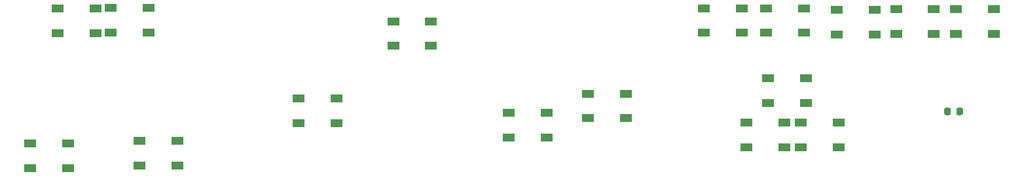
<source format=gbr>
%TF.GenerationSoftware,KiCad,Pcbnew,(5.1.12-1-10_14)*%
%TF.CreationDate,2021-11-27T12:00:22+11:00*%
%TF.ProjectId,HUD VID RCD Panel PCB V2,48554420-5649-4442-9052-43442050616e,rev?*%
%TF.SameCoordinates,Original*%
%TF.FileFunction,Paste,Top*%
%TF.FilePolarity,Positive*%
%FSLAX46Y46*%
G04 Gerber Fmt 4.6, Leading zero omitted, Abs format (unit mm)*
G04 Created by KiCad (PCBNEW (5.1.12-1-10_14)) date 2021-11-27 12:00:22*
%MOMM*%
%LPD*%
G01*
G04 APERTURE LIST*
%ADD10R,1.500000X1.000000*%
G04 APERTURE END LIST*
%TO.C,R1*%
G36*
G01*
X177222000Y-82674750D02*
X177222000Y-83187250D01*
G75*
G02*
X177003250Y-83406000I-218750J0D01*
G01*
X176565750Y-83406000D01*
G75*
G02*
X176347000Y-83187250I0J218750D01*
G01*
X176347000Y-82674750D01*
G75*
G02*
X176565750Y-82456000I218750J0D01*
G01*
X177003250Y-82456000D01*
G75*
G02*
X177222000Y-82674750I0J-218750D01*
G01*
G37*
G36*
G01*
X178797000Y-82674750D02*
X178797000Y-83187250D01*
G75*
G02*
X178578250Y-83406000I-218750J0D01*
G01*
X178140750Y-83406000D01*
G75*
G02*
X177922000Y-83187250I0J218750D01*
G01*
X177922000Y-82674750D01*
G75*
G02*
X178140750Y-82456000I218750J0D01*
G01*
X178578250Y-82456000D01*
G75*
G02*
X178797000Y-82674750I0J-218750D01*
G01*
G37*
%TD*%
D10*
%TO.C,D16*%
X177890000Y-69672400D03*
X177890000Y-72872400D03*
X182790000Y-69672400D03*
X182790000Y-72872400D03*
%TD*%
%TO.C,D15*%
X170129000Y-69646800D03*
X170129000Y-72846800D03*
X175029000Y-69646800D03*
X175029000Y-72846800D03*
%TD*%
%TO.C,D14*%
X162447000Y-69723200D03*
X162447000Y-72923200D03*
X167347000Y-69723200D03*
X167347000Y-72923200D03*
%TD*%
%TO.C,D13*%
X153303000Y-69520000D03*
X153303000Y-72720000D03*
X158203000Y-69520000D03*
X158203000Y-72720000D03*
%TD*%
%TO.C,D12*%
X145276000Y-69520000D03*
X145276000Y-72720000D03*
X150176000Y-69520000D03*
X150176000Y-72720000D03*
%TD*%
%TO.C,D11*%
X157812000Y-84378800D03*
X157812000Y-87578800D03*
X162712000Y-84378800D03*
X162712000Y-87578800D03*
%TD*%
%TO.C,D10*%
X150763000Y-84404400D03*
X150763000Y-87604400D03*
X155663000Y-84404400D03*
X155663000Y-87604400D03*
%TD*%
%TO.C,D9*%
X153596000Y-78638800D03*
X153596000Y-81838800D03*
X158496000Y-78638800D03*
X158496000Y-81838800D03*
%TD*%
%TO.C,D8*%
X130302000Y-80619600D03*
X130302000Y-83819600D03*
X135202000Y-80619600D03*
X135202000Y-83819600D03*
%TD*%
%TO.C,D7*%
X120029000Y-83134400D03*
X120029000Y-86334400D03*
X124929000Y-83134400D03*
X124929000Y-86334400D03*
%TD*%
%TO.C,D6*%
X105105000Y-71221600D03*
X105105000Y-74421600D03*
X110005000Y-71221600D03*
X110005000Y-74421600D03*
%TD*%
%TO.C,D5*%
X92862400Y-81280000D03*
X92862400Y-84480000D03*
X97762400Y-81280000D03*
X97762400Y-84480000D03*
%TD*%
%TO.C,D4*%
X72316000Y-86766400D03*
X72316000Y-89966400D03*
X77216000Y-86766400D03*
X77216000Y-89966400D03*
%TD*%
%TO.C,D3*%
X68607600Y-69494400D03*
X68607600Y-72694400D03*
X73507600Y-69494400D03*
X73507600Y-72694400D03*
%TD*%
%TO.C,D2*%
X61698800Y-69545200D03*
X61698800Y-72745200D03*
X66598800Y-69545200D03*
X66598800Y-72745200D03*
%TD*%
%TO.C,D1*%
X58166000Y-87071200D03*
X58166000Y-90271200D03*
X63066000Y-87071200D03*
X63066000Y-90271200D03*
%TD*%
M02*

</source>
